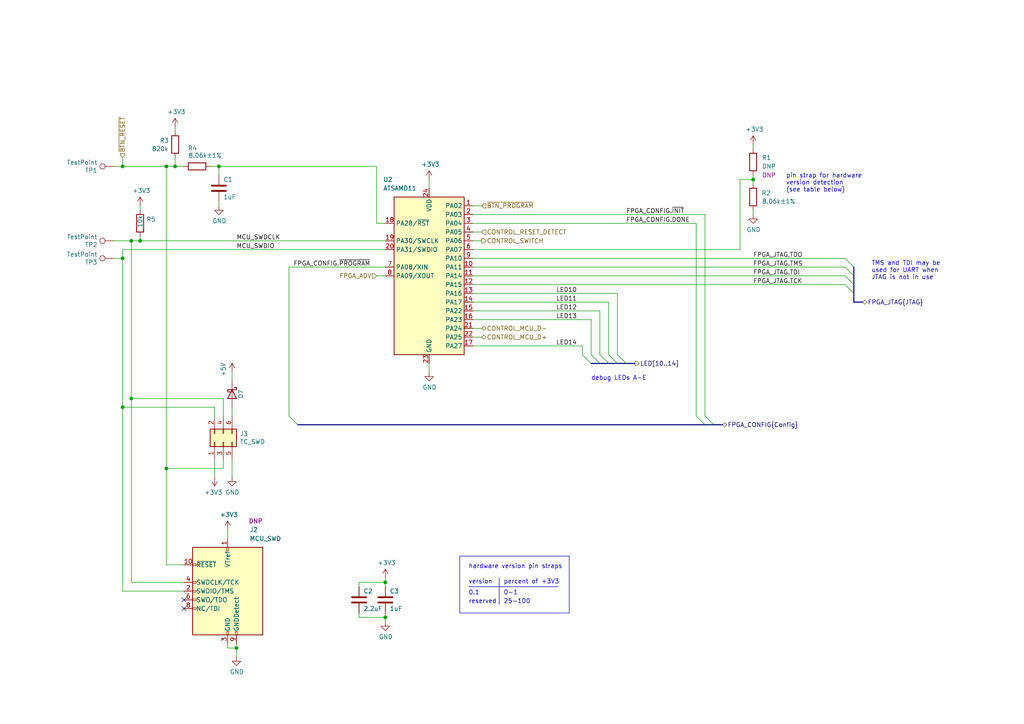
<source format=kicad_sch>
(kicad_sch (version 20230121) (generator eeschema)
  (paper "A4")
  (title_block (title "URTI Mainboard") (date "${DATE}") (rev "${VERSION}") (company "Copyright 2023 Great Scott Gadgets") (comment 1 "Licensed under the CERN-OHL-P v2"))
  (lib_symbols
    (symbol "Connector:Conn_ARM_JTAG_SWD_10" (pin_names (offset 1.016))
      (property "Reference" "J" (at -2.54 16.51 0))
      (property "Value" "Conn_ARM_JTAG_SWD_10" (at -2.54 13.97 0))
      (symbol "Conn_ARM_JTAG_SWD_10_0_1"
        (rectangle (start -10.16 12.7) (end 10.16 -12.7) (stroke (width 0.254)) (fill (type background)))
        (rectangle (start -2.794 -12.7) (end -2.286 -11.684))
        (rectangle (start -0.254 -12.7) (end 0.254 -11.684))
        (rectangle (start -0.254 12.7) (end 0.254 11.684))
        (rectangle (start 9.144 2.286) (end 10.16 2.794))
        (rectangle (start 10.16 -2.794) (end 9.144 -2.286))
        (rectangle (start 10.16 -0.254) (end 9.144 0.254))
        (rectangle (start 10.16 7.874) (end 9.144 7.366))
      )
      (symbol "Conn_ARM_JTAG_SWD_10_1_1"
        (rectangle (start 9.144 -5.334) (end 10.16 -4.826))
        (pin power_in line (at 0 15.24 270) (length 2.54) (name "VTref") (number "1"))
        (pin open_collector line (at 12.7 7.62 180) (length 2.54) (name "~{RESET}") (number "10"))
        (pin bidirectional line (at 12.7 0 180) (length 2.54) (name "SWDIO/TMS") (number "2"))
        (pin power_in line (at 0 -15.24 90) (length 2.54) (name "GND") (number "3"))
        (pin output line (at 12.7 2.54 180) (length 2.54) (name "SWDCLK/TCK") (number "4"))
        (pin passive line (at 0 -15.24 90) (length 2.54) hide (name "GND") (number "5"))
        (pin input line (at 12.7 -2.54 180) (length 2.54) (name "SWO/TDO") (number "6"))
        (pin no_connect line (at -10.16 0 0) (length 2.54) hide (name "KEY") (number "7"))
        (pin output line (at 12.7 -5.08 180) (length 2.54) (name "NC/TDI") (number "8"))
        (pin passive line (at -2.54 -15.24 90) (length 2.54) (name "GNDDetect") (number "9"))
      )
    )
    (symbol "Connector:TestPoint" (pin_numbers hide) (pin_names (offset 0.762) hide)
      (property "Reference" "TP" (at 0 6.858 0))
      (property "Value" "TestPoint" (at 0 5.08 0))
      (symbol "TestPoint_0_1"
        (circle (center 0 3.302) (radius 0.762))
      )
      (symbol "TestPoint_1_1"
        (pin passive line (at 0 0 90) (length 2.54) (name "1") (number "1"))
      )
    )
    (symbol "Connector_Generic:Conn_02x03_Odd_Even" (pin_names (offset 1.016) hide)
      (property "Reference" "J" (at 1.27 5.08 0))
      (property "Value" "Conn_02x03_Odd_Even" (at 1.27 -5.08 0))
      (symbol "Conn_02x03_Odd_Even_1_1"
        (rectangle (start -1.27 -2.413) (end 0 -2.667) (stroke (width 0.1524)))
        (rectangle (start -1.27 0.127) (end 0 -0.127) (stroke (width 0.1524)))
        (rectangle (start -1.27 2.667) (end 0 2.413) (stroke (width 0.1524)))
        (rectangle (start -1.27 3.81) (end 3.81 -3.81) (stroke (width 0.254)) (fill (type background)))
        (rectangle (start 3.81 -2.413) (end 2.54 -2.667) (stroke (width 0.1524)))
        (rectangle (start 3.81 0.127) (end 2.54 -0.127) (stroke (width 0.1524)))
        (rectangle (start 3.81 2.667) (end 2.54 2.413) (stroke (width 0.1524)))
        (pin passive line (at -5.08 2.54 0) (length 3.81) (name "Pin_1") (number "1"))
        (pin passive line (at 7.62 2.54 180) (length 3.81) (name "Pin_2") (number "2"))
        (pin passive line (at -5.08 0 0) (length 3.81) (name "Pin_3") (number "3"))
        (pin passive line (at 7.62 0 180) (length 3.81) (name "Pin_4") (number "4"))
        (pin passive line (at -5.08 -2.54 0) (length 3.81) (name "Pin_5") (number "5"))
        (pin passive line (at 7.62 -2.54 180) (length 3.81) (name "Pin_6") (number "6"))
      )
    )
    (symbol "Device:C" (pin_numbers hide) (pin_names (offset 0.254))
      (property "Reference" "C" (at 0.635 2.54 0))
      (property "Value" "C" (at 0.635 -2.54 0))
      (symbol "C_0_1"
        (polyline (pts (xy -2.032 -0.762) (xy 2.032 -0.762)) (stroke (width 0.508)))
        (polyline (pts (xy -2.032 0.762) (xy 2.032 0.762)) (stroke (width 0.508)))
      )
      (symbol "C_1_1"
        (pin passive line (at 0 3.81 270) (length 2.794) (name "~") (number "1"))
        (pin passive line (at 0 -3.81 90) (length 2.794) (name "~") (number "2"))
      )
    )
    (symbol "Device:D_Schottky" (pin_numbers hide) (pin_names (offset 1.016) hide)
      (property "Reference" "D" (at 0 2.54 0))
      (property "Value" "D_Schottky" (at 0 -2.54 0))
      (symbol "D_Schottky_0_1"
        (polyline (pts (xy 1.27 0) (xy -1.27 0)))
        (polyline (pts (xy 1.27 1.27) (xy 1.27 -1.27) (xy -1.27 0) (xy 1.27 1.27)) (stroke (width 0.254)))
        (polyline (pts (xy -1.905 0.635) (xy -1.905 1.27) (xy -1.27 1.27) (xy -1.27 -1.27) (xy -0.635 -1.27) (xy -0.635 -0.635)) (stroke (width 0.254)))
      )
      (symbol "D_Schottky_1_1"
        (pin passive line (at -3.81 0 0) (length 2.54) (name "K") (number "1"))
        (pin passive line (at 3.81 0 180) (length 2.54) (name "A") (number "2"))
      )
    )
    (symbol "Device:R" (pin_numbers hide) (pin_names (offset 0))
      (property "Reference" "R" (at 2.032 0 90))
      (property "Value" "R" (at 0 0 90))
      (symbol "R_0_1"
        (rectangle (start -1.016 -2.54) (end 1.016 2.54) (stroke (width 0.254)))
      )
      (symbol "R_1_1"
        (pin passive line (at 0 3.81 270) (length 1.27) (name "~") (number "1"))
        (pin passive line (at 0 -3.81 90) (length 1.27) (name "~") (number "2"))
      )
    )
    (symbol "MCU_Microchip_SAMD:ATSAMD11D14A-M"
      (property "Reference" "U" (at -10.16 24.13 0))
      (property "Value" "ATSAMD11D14A-M" (at 1.27 24.13 0))
      (symbol "ATSAMD11D14A-M_0_1"
        (rectangle (start -10.16 22.86) (end 10.16 -22.86) (stroke (width 0.254)) (fill (type background)))
      )
      (symbol "ATSAMD11D14A-M_1_1"
        (pin bidirectional line (at 12.7 20.32 180) (length 2.54) (name "PA02") (number "1"))
        (pin bidirectional line (at 12.7 2.54 180) (length 2.54) (name "PA11") (number "10"))
        (pin bidirectional line (at 12.7 0 180) (length 2.54) (name "PA14") (number "11"))
        (pin bidirectional line (at 12.7 -2.54 180) (length 2.54) (name "PA15") (number "12"))
        (pin bidirectional line (at 12.7 -5.08 180) (length 2.54) (name "PA16") (number "13"))
        (pin bidirectional line (at 12.7 -7.62 180) (length 2.54) (name "PA17") (number "14"))
        (pin bidirectional line (at 12.7 -10.16 180) (length 2.54) (name "PA22") (number "15"))
        (pin bidirectional line (at 12.7 -12.7 180) (length 2.54) (name "PA23") (number "16"))
        (pin bidirectional line (at 12.7 -20.32 180) (length 2.54) (name "PA27") (number "17"))
        (pin bidirectional line (at -12.7 15.24 0) (length 2.54) (name "PA28/~{RST}") (number "18"))
        (pin bidirectional line (at -12.7 10.16 0) (length 2.54) (name "PA30/SWCLK") (number "19"))
        (pin bidirectional line (at 12.7 17.78 180) (length 2.54) (name "PA03") (number "2"))
        (pin bidirectional line (at -12.7 7.62 0) (length 2.54) (name "PA31/SWDIO") (number "20"))
        (pin bidirectional line (at 12.7 -15.24 180) (length 2.54) (name "PA24") (number "21"))
        (pin bidirectional line (at 12.7 -17.78 180) (length 2.54) (name "PA25") (number "22"))
        (pin power_in line (at 0 -25.4 90) (length 2.54) (name "GND") (number "23"))
        (pin power_in line (at 0 25.4 270) (length 2.54) (name "VDD") (number "24"))
        (pin bidirectional line (at 12.7 15.24 180) (length 2.54) (name "PA04") (number "3"))
        (pin bidirectional line (at 12.7 12.7 180) (length 2.54) (name "PA05") (number "4"))
        (pin bidirectional line (at 12.7 10.16 180) (length 2.54) (name "PA06") (number "5"))
        (pin bidirectional line (at 12.7 7.62 180) (length 2.54) (name "PA07") (number "6"))
        (pin bidirectional line (at -12.7 2.54 0) (length 2.54) (name "PA08/XIN") (number "7"))
        (pin bidirectional line (at -12.7 0 0) (length 2.54) (name "PA09/XOUT") (number "8"))
        (pin bidirectional line (at 12.7 5.08 180) (length 2.54) (name "PA10") (number "9"))
      )
    )
    (symbol "power:+3V3" (power) (pin_names (offset 0))
      (property "Value" "+3V3" (at 0 3.556 0))
      (symbol "+3V3_0_1"
        (polyline (pts (xy -0.762 1.27) (xy 0 2.54)))
        (polyline (pts (xy 0 0) (xy 0 2.54)))
        (polyline (pts (xy 0 2.54) (xy 0.762 1.27)))
      )
      (symbol "+3V3_1_1"
        (pin power_in line (at 0 0 90) (length 0) hide (name "+3V3") (number "1"))
      )
    )
    (symbol "power:+5V" (power) (pin_names (offset 0))
      (property "Value" "+5V" (at 0 3.556 0))
      (symbol "+5V_0_1"
        (polyline (pts (xy -0.762 1.27) (xy 0 2.54)))
        (polyline (pts (xy 0 0) (xy 0 2.54)))
        (polyline (pts (xy 0 2.54) (xy 0.762 1.27)))
      )
      (symbol "+5V_1_1"
        (pin power_in line (at 0 0 90) (length 0) hide (name "+5V") (number "1"))
      )
    )
    (symbol "power:GND" (power) (pin_names (offset 0))
      (property "Value" "GND" (at 0 -3.81 0))
      (symbol "GND_0_1"
        (polyline (pts (xy 0 0) (xy 0 -1.27) (xy 1.27 -1.27) (xy 0 -2.54) (xy -1.27 -1.27) (xy 0 -1.27)))
      )
      (symbol "GND_1_1"
        (pin power_in line (at 0 0 270) (length 0) hide (name "GND") (number "1"))
      )
    )
  )
  (junction (at 50.8 48.26))
  (junction (at 38.1 69.85))
  (junction (at 38.1 115.57))
  (junction (at 111.76 179.07))
  (junction (at 35.56 48.26))
  (junction (at 218.44 52.07))
  (junction (at 35.56 118.11))
  (junction (at 63.5 48.26))
  (junction (at 40.64 69.85))
  (junction (at 111.76 168.91))
  (junction (at 35.56 74.93))
  (junction (at 68.58 187.96))
  (junction (at 48.26 48.26))
  (junction (at 48.26 135.89))
  (no_connect (at 53.34 173.99))
  (no_connect (at 53.34 176.53))
  (bus_entry (at 245.11 74.93) (size 2.54 2.54))
  (bus_entry (at 179.07 102.87) (size 2.54 2.54))
  (bus_entry (at 168.91 102.87) (size 2.54 2.54))
  (bus_entry (at 204.47 120.65) (size 2.54 2.54))
  (bus_entry (at 176.53 102.87) (size 2.54 2.54))
  (bus_entry (at 245.11 82.55) (size 2.54 2.54))
  (bus_entry (at 171.45 102.87) (size 2.54 2.54))
  (bus_entry (at 245.11 80.01) (size 2.54 2.54))
  (bus_entry (at 83.82 120.65) (size 2.54 2.54))
  (bus_entry (at 245.11 77.47) (size 2.54 2.54))
  (bus_entry (at 201.93 120.65) (size 2.54 2.54))
  (bus_entry (at 173.99 102.87) (size 2.54 2.54))
  (wire (pts (xy 109.22 64.77) (xy 111.76 64.77)))
  (wire (pts (xy 48.26 163.83) (xy 53.34 163.83)))
  (bus (pts (xy 247.65 85.09) (xy 247.65 87.63)))
  (wire (pts (xy 137.16 85.09) (xy 179.07 85.09)))
  (wire (pts (xy 38.1 69.85) (xy 40.64 69.85)))
  (bus (pts (xy 181.61 105.41) (xy 184.15 105.41)))
  (wire (pts (xy 111.76 170.18) (xy 111.76 168.91)))
  (polyline (pts (xy 133.35 161.29) (xy 165.1 161.29)))
  (wire (pts (xy 68.58 187.96) (xy 68.58 190.5)))
  (wire (pts (xy 62.23 120.65) (xy 62.23 118.11)))
  (bus (pts (xy 171.45 105.41) (xy 173.99 105.41)))
  (bus (pts (xy 173.99 105.41) (xy 176.53 105.41)))
  (wire (pts (xy 204.47 62.23) (xy 204.47 120.65)))
  (wire (pts (xy 104.14 168.91) (xy 104.14 170.18)))
  (wire (pts (xy 171.45 92.71) (xy 171.45 102.87)))
  (bus (pts (xy 179.07 105.41) (xy 181.61 105.41)))
  (polyline (pts (xy 133.35 161.29) (xy 133.35 177.8)))
  (wire (pts (xy 83.82 77.47) (xy 83.82 120.65)))
  (wire (pts (xy 137.16 59.69) (xy 139.7 59.69)))
  (bus (pts (xy 86.36 123.19) (xy 204.47 123.19)))
  (wire (pts (xy 176.53 87.63) (xy 176.53 102.87)))
  (wire (pts (xy 218.44 62.23) (xy 218.44 60.96)))
  (wire (pts (xy 67.31 107.95) (xy 67.31 110.49)))
  (bus (pts (xy 247.65 82.55) (xy 247.65 85.09)))
  (polyline (pts (xy 165.1 161.29) (xy 165.1 177.8)))
  (wire (pts (xy 104.14 177.8) (xy 104.14 179.07)))
  (wire (pts (xy 201.93 64.77) (xy 201.93 120.65)))
  (wire (pts (xy 137.16 100.33) (xy 168.91 100.33)))
  (wire (pts (xy 139.7 69.85) (xy 137.16 69.85)))
  (wire (pts (xy 201.93 64.77) (xy 137.16 64.77)))
  (wire (pts (xy 179.07 85.09) (xy 179.07 102.87)))
  (wire (pts (xy 218.44 43.18) (xy 218.44 41.91)))
  (wire (pts (xy 124.46 52.07) (xy 124.46 54.61)))
  (wire (pts (xy 62.23 133.35) (xy 62.23 138.43)))
  (wire (pts (xy 64.77 120.65) (xy 64.77 115.57)))
  (wire (pts (xy 83.82 77.47) (xy 111.76 77.47)))
  (wire (pts (xy 137.16 62.23) (xy 204.47 62.23)))
  (wire (pts (xy 48.26 135.89) (xy 48.26 163.83)))
  (wire (pts (xy 48.26 48.26) (xy 48.26 135.89)))
  (wire (pts (xy 111.76 179.07) (xy 111.76 177.8)))
  (wire (pts (xy 109.22 48.26) (xy 109.22 64.77)))
  (wire (pts (xy 68.58 186.69) (xy 68.58 187.96)))
  (wire (pts (xy 168.91 100.33) (xy 168.91 102.87)))
  (wire (pts (xy 50.8 45.72) (xy 50.8 48.26)))
  (wire (pts (xy 35.56 72.39) (xy 35.56 74.93)))
  (wire (pts (xy 214.63 72.39) (xy 137.16 72.39)))
  (wire (pts (xy 40.64 69.85) (xy 111.76 69.85)))
  (wire (pts (xy 62.23 118.11) (xy 35.56 118.11)))
  (polyline (pts (xy 135.89 170.18) (xy 161.925 170.18)))
  (wire (pts (xy 245.11 80.01) (xy 137.16 80.01)))
  (bus (pts (xy 204.47 123.19) (xy 207.01 123.19)))
  (polyline (pts (xy 165.1 177.8) (xy 133.35 177.8)))
  (wire (pts (xy 137.16 82.55) (xy 245.11 82.55)))
  (wire (pts (xy 66.04 153.67) (xy 66.04 156.21)))
  (wire (pts (xy 139.7 95.25) (xy 137.16 95.25)))
  (wire (pts (xy 33.02 69.85) (xy 38.1 69.85)))
  (wire (pts (xy 124.46 105.41) (xy 124.46 107.95)))
  (wire (pts (xy 33.02 48.26) (xy 35.56 48.26)))
  (wire (pts (xy 111.76 180.34) (xy 111.76 179.07)))
  (wire (pts (xy 137.16 87.63) (xy 176.53 87.63)))
  (bus (pts (xy 247.65 77.47) (xy 247.65 80.01)))
  (wire (pts (xy 137.16 97.79) (xy 139.7 97.79)))
  (wire (pts (xy 218.44 52.07) (xy 218.44 50.8)))
  (wire (pts (xy 64.77 135.89) (xy 48.26 135.89)))
  (wire (pts (xy 67.31 120.65) (xy 67.31 118.11)))
  (wire (pts (xy 111.76 168.91) (xy 111.76 167.64)))
  (wire (pts (xy 218.44 53.34) (xy 218.44 52.07)))
  (bus (pts (xy 247.65 80.01) (xy 247.65 82.55)))
  (wire (pts (xy 173.99 90.17) (xy 173.99 102.87)))
  (wire (pts (xy 109.22 80.01) (xy 111.76 80.01)))
  (wire (pts (xy 63.5 59.69) (xy 63.5 58.42)))
  (wire (pts (xy 66.04 186.69) (xy 66.04 187.96)))
  (wire (pts (xy 66.04 187.96) (xy 68.58 187.96)))
  (wire (pts (xy 60.96 48.26) (xy 63.5 48.26)))
  (wire (pts (xy 214.63 52.07) (xy 214.63 72.39)))
  (wire (pts (xy 35.56 171.45) (xy 53.34 171.45)))
  (wire (pts (xy 40.64 60.96) (xy 40.64 59.69)))
  (wire (pts (xy 137.16 90.17) (xy 173.99 90.17)))
  (wire (pts (xy 38.1 115.57) (xy 38.1 168.91)))
  (wire (pts (xy 40.64 69.85) (xy 40.64 68.58)))
  (wire (pts (xy 50.8 36.83) (xy 50.8 38.1)))
  (wire (pts (xy 137.16 74.93) (xy 245.11 74.93)))
  (wire (pts (xy 35.56 74.93) (xy 35.56 118.11)))
  (wire (pts (xy 67.31 133.35) (xy 67.31 138.43)))
  (wire (pts (xy 35.56 45.72) (xy 35.56 48.26)))
  (bus (pts (xy 176.53 105.41) (xy 179.07 105.41)))
  (wire (pts (xy 139.7 67.31) (xy 137.16 67.31)))
  (wire (pts (xy 137.16 92.71) (xy 171.45 92.71)))
  (wire (pts (xy 218.44 52.07) (xy 214.63 52.07)))
  (polyline (pts (xy 144.78 167.64) (xy 144.78 175.26)))
  (wire (pts (xy 64.77 133.35) (xy 64.77 135.89)))
  (wire (pts (xy 38.1 69.85) (xy 38.1 115.57)))
  (wire (pts (xy 33.02 74.93) (xy 35.56 74.93)))
  (bus (pts (xy 207.01 123.19) (xy 209.55 123.19)))
  (wire (pts (xy 137.16 77.47) (xy 245.11 77.47)))
  (wire (pts (xy 35.56 118.11) (xy 35.56 171.45)))
  (wire (pts (xy 35.56 72.39) (xy 111.76 72.39)))
  (wire (pts (xy 48.26 48.26) (xy 50.8 48.26)))
  (wire (pts (xy 111.76 168.91) (xy 104.14 168.91)))
  (wire (pts (xy 64.77 115.57) (xy 38.1 115.57)))
  (wire (pts (xy 35.56 48.26) (xy 48.26 48.26)))
  (wire (pts (xy 63.5 50.8) (xy 63.5 48.26)))
  (wire (pts (xy 104.14 179.07) (xy 111.76 179.07)))
  (wire (pts (xy 63.5 48.26) (xy 109.22 48.26)))
  (bus (pts (xy 250.19 87.63) (xy 247.65 87.63)))
  (wire (pts (xy 38.1 168.91) (xy 53.34 168.91)))
  (wire (pts (xy 53.34 48.26) (xy 50.8 48.26)))
  (text "debug LEDs A-E" (at 171.45 110.49 0) (effects (font (size 1.27 1.27)) (justify left bottom)))
  (text "reserved" (at 135.89 175.26 0) (effects (font (size 1.27 1.27)) (justify left bottom)))
  (text "25-100" (at 146.05 175.26 0) (effects (font (size 1.27 1.27)) (justify left bottom)))
  (text "version" (at 135.89 169.545 0) (effects (font (size 1.27 1.27)) (justify left bottom)))
  (text "percent of +3V3" (at 146.05 169.545 0) (effects (font (size 1.27 1.27)) (justify left bottom)))
  (text "TMS and TDI may be\nused for UART when\nJTAG is not in use" (at 252.73 81.28 0) (effects (font (size 1.27 1.27)) (justify left bottom)))
  (text "0.1" (at 135.89 172.72 0) (effects (font (size 1.27 1.27)) (justify left bottom)))
  (text "0-1" (at 146.05 172.72 0) (effects (font (size 1.27 1.27)) (justify left bottom)))
  (text "pin strap for hardware\nversion detection\n(see table below)" (at 227.965 55.88 0) (effects (font (size 1.27 1.27)) (justify left bottom)))
  (text "hardware version pin straps" (at 135.89 165.1 0) (effects (font (size 1.27 1.27)) (justify left bottom)))
  (label "LED10" (at 161.29 85.09 0))
  (label "MCU_SWDCLK" (at 68.58 69.85 0))
  (label "LED11" (at 161.29 87.63 0))
  (label "FPGA_CONFIG.DONE" (at 181.61 64.77 0))
  (label "MCU_SWDIO" (at 68.58 72.39 0))
  (label "FPGA_CONFIG.~{INIT}" (at 181.61 62.23 0))
  (label "FPGA_JTAG.TMS" (at 218.44 77.47 0))
  (label "FPGA_JTAG.TCK" (at 218.44 82.55 0))
  (label "LED13" (at 161.29 92.71 0))
  (label "FPGA_CONFIG.~{PROGRAM}" (at 85.09 77.47 0))
  (label "FPGA_JTAG.TDO" (at 218.44 74.93 0))
  (label "LED14" (at 161.29 100.33 0))
  (label "LED12" (at 161.29 90.17 0))
  (label "FPGA_JTAG.TDI" (at 218.44 80.01 0))
  (hierarchical_label "~{BTN_PROGRAM}" (shape input) (at 139.7 59.69 0))
  (hierarchical_label "~{BTN_RESET}" (shape input) (at 35.56 45.72 90))
  (hierarchical_label "CONTROL_MCU_D+" (shape bidirectional) (at 139.7 97.79 0))
  (hierarchical_label "FPGA_CONFIG{Config}" (shape bidirectional) (at 209.55 123.19 0))
  (hierarchical_label "CONTROL_MCU_D-" (shape bidirectional) (at 139.7 95.25 0))
  (hierarchical_label "LED[10..14]" (shape output) (at 184.15 105.41 0))
  (hierarchical_label "FPGA_JTAG{JTAG}" (shape bidirectional) (at 250.19 87.63 0))
  (hierarchical_label "CONTROL_SWITCH" (shape output) (at 139.7 69.85 0))
  (hierarchical_label "FPGA_ADV" (shape input) (at 109.22 80.01 180))
  (hierarchical_label "CONTROL_RESET_DETECT" (shape input) (at 139.7 67.31 0))
  (symbol (lib_id "Connector:Conn_ARM_JTAG_SWD_10") (at 66.04 171.45 0) (mirror y) (unit 1)
    (property "Reference" "J2" (at 72.39 153.67 0) (effects (justify right)))
    (property "Value" "MCU_SWD" (at 72.39 156.21 0) (effects (justify right)))
    (property "Footprint" "mainboard:SWD_CONNECTOR_LARGE_BOX" (effects hide))
    (property "Datasheet" "http://infocenter.arm.com/help/topic/com.arm.doc.ddi0314h/DDI0314H_coresight_components_trm.pdf" (effects hide))
    (property "Description" "CONN HEADER VERT 10POS 1.27MM" (effects hide))
    (property "Manufacturer" "Samtec" (effects hide))
    (property "Part Number" "FTSH-105-01-F-D-K" (effects hide))
    (property "DNP" "DNP" (at 76.2 151.13 0) (effects (justify left)))
  )
  (symbol (lib_id "power:GND") (at 68.58 190.5 0) (unit 1)
    (property "Reference" "#PWR030" (effects hide))
    (property "Value" "GND" (at 68.6816 194.8688 0))
  )
  (symbol (lib_id "power:+3V3") (at 66.04 153.67 0) (unit 1)
    (property "Reference" "#PWR027" (effects hide))
    (property "Value" "+3V3" (at 66.3956 149.2758 0))
  )
  (symbol (lib_id "Device:C") (at 111.76 173.99 0) (unit 1)
    (property "Reference" "C3" (at 113.03 171.45 0) (effects (justify left)))
    (property "Value" "1uF" (at 113.03 176.53 0) (effects (justify left)))
    (property "Footprint" "Capacitor_SMD:C_0402_1005Metric" (effects hide))
    (property "Part Number" "CL05A105MQ5NNNC" (effects hide))
    (property "Substitution" "CL05A105KQ5NNNC, CL05A105KP5NNNC, CL05A105KO5NNNC" (effects hide))
    (property "Description" "CAP CER 1UF 6.3V X5R 0402 20%" (effects hide))
    (property "Manufacturer" "Samsung" (effects hide))
  )
  (symbol (lib_id "power:GND") (at 111.76 180.34 0) (unit 1)
    (property "Reference" "#PWR029" (effects hide))
    (property "Value" "GND" (at 111.887 184.7342 0))
  )
  (symbol (lib_id "power:+3V3") (at 111.76 167.64 0) (unit 1)
    (property "Reference" "#PWR028" (effects hide))
    (property "Value" "+3V3" (at 112.141 163.2458 0))
  )
  (symbol (lib_id "power:GND") (at 124.46 107.95 0) (unit 1)
    (property "Reference" "#PWR024" (effects hide))
    (property "Value" "GND" (at 124.587 112.3442 0))
  )
  (symbol (lib_id "Device:R") (at 50.8 41.91 0) (mirror y) (unit 1)
    (property "Reference" "R3" (at 49.022 40.767 0) (effects (justify left)))
    (property "Value" "820k" (at 48.895 43.18 0) (effects (justify left)))
    (property "Footprint" "Resistor_SMD:R_0402_1005Metric" (effects hide))
    (property "Part Number" "RC0402JR-07820KL" (effects hide))
    (property "Substitution" "any equivalent" (effects hide))
    (property "Description" "RES 820K OHM 5% 1/16W 0402" (effects hide))
    (property "Manufacturer" "Yageo" (effects hide))
  )
  (symbol (lib_id "power:+3V3") (at 50.8 36.83 0) (unit 1)
    (property "Reference" "#PWR017" (effects hide))
    (property "Value" "+3V3" (at 51.1556 32.4358 0))
  )
  (symbol (lib_id "MCU_Microchip_SAMD:ATSAMD11D14A-M") (at 124.46 80.01 0) (unit 1)
    (property "Reference" "U2" (at 111.125 52.07 0) (effects (justify left)))
    (property "Value" "ATSAMD11" (at 111.125 54.61 0) (effects (justify left)))
    (property "Footprint" "Package_DFN_QFN:QFN-24-1EP_4x4mm_P0.5mm_EP2.6x2.6mm" (effects hide))
    (property "Datasheet" "http://ww1.microchip.com/downloads/en/DeviceDoc/Atmel-42363-SAM-D11_Datasheet.pdf" (effects hide))
    (property "Description" "IC MCU 32BIT 16KB FLASH 24QFN" (effects hide))
    (property "Manufacturer" "Microchip" (effects hide))
    (property "Part Number" "ATSAMD11D14A-MUT" (effects hide))
    (property "Substitution" "ATSAMD11D14A-MNT" (effects hide))
  )
  (symbol (lib_id "power:+3V3") (at 124.46 52.07 0) (unit 1)
    (property "Reference" "#PWR019" (effects hide))
    (property "Value" "+3V3" (at 124.841 47.6758 0))
  )
  (symbol (lib_id "Connector_Generic:Conn_02x03_Odd_Even") (at 64.77 128.27 90) (unit 1) (in_bom no)
    (property "Reference" "J3" (at 69.5452 125.8316 90) (effects (justify right)))
    (property "Value" "TC_SWD" (at 69.5452 128.143 90) (effects (justify right)))
    (property "Footprint" "Connector:Tag-Connect_TC2030-IDC-FP_2x03_P1.27mm_Vertical" (effects hide))
    (property "Manufacturer" "Tag-Connect" (effects hide))
    (property "Part Number" "TC2030-CTX" (effects hide))
    (property "Substitution" "TC2030-IDC" (effects hide))
    (property "Description" "CABLE ADAPTER 6 POS" (effects hide))
  )
  (symbol (lib_id "power:+3V3") (at 62.23 138.43 180) (unit 1)
    (property "Reference" "#PWR025" (effects hide))
    (property "Value" "+3V3" (at 61.8744 142.8242 0))
  )
  (symbol (lib_id "power:GND") (at 67.31 138.43 0) (unit 1)
    (property "Reference" "#PWR026" (effects hide))
    (property "Value" "GND" (at 67.4116 142.7988 0))
  )
  (symbol (lib_id "power:+5V") (at 67.31 107.95 0) (unit 1)
    (property "Reference" "#PWR023" (effects hide))
    (property "Value" "+5V" (at 64.77 109.22 90) (effects (justify left)))
  )
  (symbol (lib_id "Device:D_Schottky") (at 67.31 114.3 270) (unit 1)
    (property "Reference" "D7" (at 69.85 114.3 0))
    (property "Value" "SCHOTTKY" (effects hide))
    (property "Footprint" "mainboard:DSN1006-2" (effects hide))
    (property "Manufacturer" "Nexperia" (effects hide))
    (property "Part Number" "PMEG4010ESBYL" (effects hide))
    (property "Description" "DIODE SCHOTTKY 40V 1A DSN1006-2" (effects hide))
    (property "Substitution" "Diodes Inc. BAT54LP-7, Micro Commercial SM5819L2-TP" (effects hide))
  )
  (symbol (lib_id "Connector:TestPoint") (at 33.02 74.93 90) (unit 1) (in_bom no)
    (property "Reference" "TP3" (at 28.2702 76.073 90) (effects (justify left)))
    (property "Value" "TestPoint" (at 28.2702 73.787 90) (effects (justify left)))
    (property "Footprint" "TestPoint:TestPoint_Pad_D1.0mm" (effects hide))
  )
  (symbol (lib_id "Connector:TestPoint") (at 33.02 69.85 90) (unit 1) (in_bom no)
    (property "Reference" "TP2" (at 28.2702 70.993 90) (effects (justify left)))
    (property "Value" "TestPoint" (at 28.2702 68.707 90) (effects (justify left)))
    (property "Footprint" "TestPoint:TestPoint_Pad_D1.0mm" (effects hide))
  )
  (symbol (lib_id "Connector:TestPoint") (at 33.02 48.26 90) (unit 1) (in_bom no)
    (property "Reference" "TP1" (at 28.2702 49.403 90) (effects (justify left)))
    (property "Value" "TestPoint" (at 28.2702 47.117 90) (effects (justify left)))
    (property "Footprint" "TestPoint:TestPoint_Pad_D1.0mm" (effects hide))
  )
  (symbol (lib_id "Device:R") (at 40.64 64.77 0) (unit 1)
    (property "Reference" "R5" (at 42.418 63.627 0) (effects (justify left)))
    (property "Value" "10k" (at 40.64 66.04 90) (effects (justify left)))
    (property "Footprint" "Resistor_SMD:R_0402_1005Metric" (effects hide))
    (property "Part Number" "RC0402JR-0710KL" (effects hide))
    (property "Substitution" "any equivalent" (effects hide))
    (property "Description" "RES 10K OHM 5% 1/16W 0402" (effects hide))
    (property "Manufacturer" "Yageo" (effects hide))
  )
  (symbol (lib_id "power:+3V3") (at 218.44 41.91 0) (unit 1)
    (property "Reference" "#PWR018" (effects hide))
    (property "Value" "+3V3" (at 218.821 37.5158 0))
  )
  (symbol (lib_id "power:GND") (at 218.44 62.23 0) (unit 1)
    (property "Reference" "#PWR022" (effects hide))
    (property "Value" "GND" (at 218.567 66.6242 0))
  )
  (symbol (lib_id "Device:R") (at 218.44 57.15 0) (unit 1)
    (property "Reference" "R2" (at 220.853 56.007 0) (effects (justify left)))
    (property "Value" "8.06k±1%" (at 220.98 58.42 0) (effects (justify left)))
    (property "Footprint" "Resistor_SMD:R_0402_1005Metric" (effects hide))
    (property "Part Number" "ERJ-2RKF8061X" (effects hide))
    (property "Substitution" "any equivalent" (effects hide))
    (property "Description" "RES SMD 8.06K OHM 1% 1/10W 0402" (effects hide))
    (property "Manufacturer" "Panasonic" (effects hide))
  )
  (symbol (lib_id "Device:C") (at 63.5 54.61 0) (unit 1)
    (property "Reference" "C1" (at 64.77 52.07 0) (effects (justify left)))
    (property "Value" "1uF" (at 64.77 57.15 0) (effects (justify left)))
    (property "Footprint" "Capacitor_SMD:C_0402_1005Metric" (effects hide))
    (property "Part Number" "CL05A105MQ5NNNC" (effects hide))
    (property "Substitution" "CL05A105KQ5NNNC, CL05A105KP5NNNC, CL05A105KO5NNNC" (effects hide))
    (property "Description" "CAP CER 1UF 6.3V X5R 0402 20%" (effects hide))
    (property "Manufacturer" "Samsung" (effects hide))
  )
  (symbol (lib_id "power:GND") (at 63.5 59.69 0) (unit 1)
    (property "Reference" "#PWR021" (effects hide))
    (property "Value" "GND" (at 63.627 64.0842 0))
  )
  (symbol (lib_id "Device:C") (at 104.14 173.99 0) (unit 1)
    (property "Reference" "C2" (at 105.41 171.45 0) (effects (justify left)))
    (property "Value" "2.2uF" (at 105.41 176.53 0) (effects (justify left)))
    (property "Footprint" "Capacitor_SMD:C_0603_1608Metric" (effects hide))
    (property "Description" "CAP CER 2.2UF 10V X5R 0603" (effects hide))
    (property "Manufacturer" "Samsung" (effects hide))
    (property "Part Number" "CL10A225KP8NNNC" (effects hide))
    (property "Substitution" "any equivalent" (effects hide))
  )
  (symbol (lib_id "Device:R") (at 57.15 48.26 90) (unit 1)
    (property "Reference" "R4" (at 54.483 42.9772 90) (effects (justify right)))
    (property "Value" "8.06k±1%" (at 54.61 45.085 90) (effects (justify right)))
    (property "Footprint" "Resistor_SMD:R_0402_1005Metric" (effects hide))
    (property "Description" "RES SMD 8.06K OHM 1% 1/10W 0402" (effects hide))
    (property "Manufacturer" "Panasonic" (effects hide))
    (property "Part Number" "ERJ-2RKF8061X" (effects hide))
    (property "Substitution" "any equivalent" (effects hide))
  )
  (symbol (lib_id "Device:R") (at 218.44 46.99 0) (unit 1)
    (property "Reference" "R1" (at 220.98 45.72 0) (effects (justify left)))
    (property "Value" "DNP" (at 220.98 48.26 0) (effects (justify left)))
    (property "Footprint" "Resistor_SMD:R_0402_1005Metric" (effects hide))
    (property "Substitution" "any equivalent" (effects hide))
    (property "Manufacturer" "Yageo" (effects hide))
    (property "DNP" "DNP" (at 220.98 50.8 0) (effects (justify left)))
  )
  (symbol (lib_id "power:+3V3") (at 40.64 59.69 0) (unit 1)
    (property "Reference" "#PWR020" (effects hide))
    (property "Value" "+3V3" (at 40.9956 55.2958 0))
  )
)
</source>
